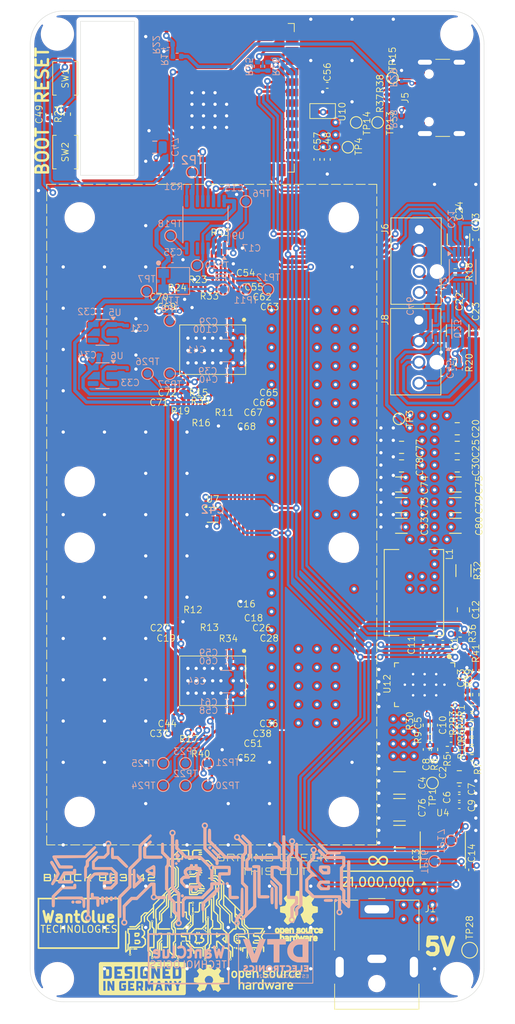
<source format=kicad_pcb>
(kicad_pcb
	(version 20240108)
	(generator "pcbnew")
	(generator_version "8.0")
	(general
		(thickness 1.6)
		(legacy_teardrops no)
	)
	(paper "A4")
	(layers
		(0 "F.Cu" signal)
		(1 "In1.Cu" power)
		(2 "In2.Cu" jumper)
		(3 "In3.Cu" jumper)
		(4 "In4.Cu" power)
		(31 "B.Cu" signal)
		(32 "B.Adhes" user "B.Adhesive")
		(33 "F.Adhes" user "F.Adhesive")
		(34 "B.Paste" user)
		(35 "F.Paste" user)
		(36 "B.SilkS" user "B.Silkscreen")
		(37 "F.SilkS" user "F.Silkscreen")
		(38 "B.Mask" user)
		(39 "F.Mask" user)
		(40 "Dwgs.User" user "User.Drawings")
		(41 "Cmts.User" user "User.Comments")
		(42 "Eco1.User" user "User.Eco1")
		(43 "Eco2.User" user "User.Eco2")
		(44 "Edge.Cuts" user)
		(45 "Margin" user)
		(46 "B.CrtYd" user "B.Courtyard")
		(47 "F.CrtYd" user "F.Courtyard")
		(48 "B.Fab" user)
		(49 "F.Fab" user)
		(50 "User.1" user)
		(51 "User.2" user)
		(52 "User.3" user)
		(53 "User.4" user)
		(54 "User.5" user)
		(55 "User.6" user)
		(56 "User.7" user)
		(57 "User.8" user)
		(58 "User.9" user)
	)
	(setup
		(stackup
			(layer "F.SilkS"
				(type "Top Silk Screen")
			)
			(layer "F.Paste"
				(type "Top Solder Paste")
			)
			(layer "F.Mask"
				(type "Top Solder Mask")
				(thickness 0.01)
			)
			(layer "F.Cu"
				(type "copper")
				(thickness 0.035)
			)
			(layer "dielectric 1"
				(type "prepreg")
				(thickness 0.1)
				(material "FR4")
				(epsilon_r 4.5)
				(loss_tangent 0.02)
			)
			(layer "In1.Cu"
				(type "copper")
				(thickness 0.035)
			)
			(layer "dielectric 2"
				(type "core")
				(thickness 0.535)
				(material "FR4")
				(epsilon_r 4.5)
				(loss_tangent 0.02)
			)
			(layer "In2.Cu"
				(type "copper")
				(thickness 0.035)
			)
			(layer "dielectric 3"
				(type "prepreg")
				(thickness 0.1)
				(material "FR4")
				(epsilon_r 4.5)
				(loss_tangent 0.02)
			)
			(layer "In3.Cu"
				(type "copper")
				(thickness 0.035)
			)
			(layer "dielectric 4"
				(type "core")
				(thickness 0.535)
				(material "FR4")
				(epsilon_r 4.5)
				(loss_tangent 0.02)
			)
			(layer "In4.Cu"
				(type "copper")
				(thickness 0.035)
			)
			(layer "dielectric 5"
				(type "prepreg")
				(thickness 0.1)
				(material "FR4")
				(epsilon_r 4.5)
				(loss_tangent 0.02)
			)
			(layer "B.Cu"
				(type "copper")
				(thickness 0.035)
			)
			(layer "B.Mask"
				(type "Bottom Solder Mask")
				(thickness 0.01)
			)
			(layer "B.Paste"
				(type "Bottom Solder Paste")
			)
			(layer "B.SilkS"
				(type "Bottom Silk Screen")
			)
			(copper_finish "ENIG")
			(dielectric_constraints no)
		)
		(pad_to_mask_clearance 0)
		(allow_soldermask_bridges_in_footprints no)
		(pcbplotparams
			(layerselection 0x00010fc_ffffffff)
			(plot_on_all_layers_selection 0x0000000_00000000)
			(disableapertmacros no)
			(usegerberextensions no)
			(usegerberattributes yes)
			(usegerberadvancedattributes yes)
			(creategerberjobfile no)
			(dashed_line_dash_ratio 12.000000)
			(dashed_line_gap_ratio 3.000000)
			(svgprecision 4)
			(plotframeref no)
			(viasonmask no)
			(mode 1)
			(useauxorigin no)
			(hpglpennumber 1)
			(hpglpenspeed 20)
			(hpglpendiameter 15.000000)
			(pdf_front_fp_property_popups yes)
			(pdf_back_fp_property_popups yes)
			(dxfpolygonmode yes)
			(dxfimperialunits yes)
			(dxfusepcbnewfont yes)
			(psnegative no)
			(psa4output no)
			(plotreference yes)
			(plotvalue no)
			(plotfptext yes)
			(plotinvisibletext no)
			(sketchpadsonfab no)
			(subtractmaskfromsilk yes)
			(outputformat 1)
			(mirror no)
			(drillshape 0)
			(scaleselection 1)
			(outputdirectory "../gerber/")
		)
	)
	(net 0 "")
	(net 1 "GND")
	(net 2 "Net-(U9-OE)")
	(net 3 "Net-(U12-DRTN)")
	(net 4 "VDD")
	(net 5 "unconnected-(U8-GPIO9{slash}TOUCH9{slash}ADC1_CH8{slash}FSPIHD{slash}SUBSPIHD-Pad17)")
	(net 6 "/Domain/0V8")
	(net 7 "/ESP32/USB_D-")
	(net 8 "/ESP32/USB_D+")
	(net 9 "unconnected-(J5-SBU2-PadB8)")
	(net 10 "Net-(J5-D+-PadA6)")
	(net 11 "Net-(J5-D--PadA7)")
	(net 12 "unconnected-(J5-SBU1-PadA8)")
	(net 13 "Net-(J5-CC1)")
	(net 14 "Net-(J5-CC2)")
	(net 15 "/ESP32/IO0")
	(net 16 "unconnected-(U3-PIN_MODE-Pad19)")
	(net 17 "/Domain/1V2")
	(net 18 "Net-(U12-BP1V5)")
	(net 19 "/Power/AGND")
	(net 20 "Net-(U12-AVIN)")
	(net 21 "Net-(U3-LITE_PAD)")
	(net 22 "Net-(U9-A1)")
	(net 23 "Net-(J5-VBUS-PadA4)")
	(net 24 "Net-(U3-CI)")
	(net 25 "Net-(U13-RI)")
	(net 26 "Net-(U13-NRSTO)")
	(net 27 "Net-(U3-RI)")
	(net 28 "Net-(U3-BI)")
	(net 29 "Net-(U3-ROSC_SEL)")
	(net 30 "Net-(U13-ROSC_SEL)")
	(net 31 "Net-(U12-EN{slash}UVLO)")
	(net 32 "Net-(U12-VDD5)")
	(net 33 "Net-(U12-BOOT)")
	(net 34 "/Power/SW")
	(net 35 "Net-(C12-Pad1)")
	(net 36 "Net-(U12-GOSNS)")
	(net 37 "/Domain/I_BI")
	(net 38 "Net-(U3-RO)")
	(net 39 "Net-(U3-CLKI)")
	(net 40 "Net-(U13-CLKO)")
	(net 41 "/Domain/NRSTO")
	(net 42 "/Domain/I_RO")
	(net 43 "unconnected-(U5-PG-Pad4)")
	(net 44 "unconnected-(U6-PG-Pad4)")
	(net 45 "Net-(U12-VOSNS)")
	(net 46 "unconnected-(U8-*GPIO46-Pad16)")
	(net 47 "unconnected-(U8-GPIO4{slash}TOUCH4{slash}ADC1_CH3-Pad4)")
	(net 48 "unconnected-(U8-GPIO5{slash}TOUCH5{slash}ADC1_CH4-Pad5)")
	(net 49 "unconnected-(U8-*GPIO45-Pad26)")
	(net 50 "/Domain/CLKI")
	(net 51 "Net-(U5-EN)")
	(net 52 "unconnected-(U8-U0RXD{slash}GPIO44{slash}CLK_OUT2-Pad36)")
	(net 53 "unconnected-(U8-GPIO21-Pad23)")
	(net 54 "unconnected-(U10-NC-Pad4)")
	(net 55 "unconnected-(U8-U0TXD{slash}GPIO43{slash}CLK_OUT1-Pad37)")
	(net 56 "/TX")
	(net 57 "/RX")
	(net 58 "/RST")
	(net 59 "Net-(U6-EN)")
	(net 60 "Net-(U13-LITE_PAD)")
	(net 61 "unconnected-(U13-PIN_MODE-Pad19)")
	(net 62 "Net-(U9-B4)")
	(net 63 "/Domain/I_CI")
	(net 64 "/Domain/I_NRSTI")
	(net 65 "Net-(U9-DIR4)")
	(net 66 "VIN")
	(net 67 "unconnected-(U4-NC-Pad13)")
	(net 68 "Net-(U12-MSEL1)")
	(net 69 "Net-(U3-VDD1_0)")
	(net 70 "Net-(U3-VDD2_0)")
	(net 71 "/ESP32/VDD_SAMPLE_0")
	(net 72 "Net-(U3-VDD3_0)")
	(net 73 "Net-(U3-VDD3_1)")
	(net 74 "Net-(U3-VDD2_1)")
	(net 75 "unconnected-(U7-ALERT-Pad3)")
	(net 76 "/Fan/FAN1_TACH")
	(net 77 "/Fan/FAN1_PWM")
	(net 78 "/Fan/FAN2_TACH")
	(net 79 "/Fan/FAN2_PWM")
	(net 80 "unconnected-(U2-*ALERT-Pad10)")
	(net 81 "unconnected-(U2-CLK-Pad9)")
	(net 82 "Net-(U3-VDD1_1)")
	(net 83 "Net-(U13-VDD1_0)")
	(net 84 "Net-(U13-VDD2_0)")
	(net 85 "unconnected-(U9-A4-Pad6)")
	(net 86 "Net-(U13-VDD3_0)")
	(net 87 "Net-(U13-VDD3_1)")
	(net 88 "Net-(U13-VDD2_1)")
	(net 89 "/SCL")
	(net 90 "/SDA")
	(net 91 "Net-(U13-VDD1_1)")
	(net 92 "unconnected-(U8-GPIO7{slash}TOUCH7{slash}ADC1_CH6-Pad7)")
	(net 93 "Net-(U12-MSEL2)")
	(net 94 "unconnected-(U8-GPIO15{slash}U0RTS{slash}ADC2_CH4{slash}XTAL_32K_P-Pad8)")
	(net 95 "unconnected-(U8-GPIO10{slash}TOUCH10{slash}ADC1_CH9{slash}FSPICS0{slash}FSPIIO4{slash}SUBSPICS0-Pad18)")
	(net 96 "unconnected-(U8-SPIIO6{slash}GPIO35{slash}FSPID{slash}SUBSPID-Pad28)")
	(net 97 "unconnected-(U8-SPIDQS{slash}GPIO37{slash}FSPIQ{slash}SUBSPIQ-Pad30)")
	(net 98 "unconnected-(U8-GPIO38{slash}FSPIWP{slash}SUBSPIWP-Pad31)")
	(net 99 "unconnected-(U8-SPIIO7{slash}GPIO36{slash}FSPICLK{slash}SUBSPICLK-Pad29)")
	(net 100 "unconnected-(U13-INV_CLKO-Pad12)")
	(net 101 "unconnected-(U3-INV_CLKO-Pad12)")
	(net 102 "Net-(U12-ADRSEL)")
	(net 103 "unconnected-(U8-GPIO11{slash}TOUCH11{slash}ADC2_CH0{slash}FSPID{slash}FSPIIO5{slash}SUBSPID-Pad19)")
	(net 104 "unconnected-(U8-GPIO12{slash}TOUCH12{slash}ADC2_CH1{slash}FSPICLK{slash}FSPIIO6{slash}SUBSPICLK-Pad20)")
	(net 105 "/ESP32/EN")
	(net 106 "unconnected-(U8-GPIO6{slash}TOUCH6{slash}ADC1_CH5-Pad6)")
	(net 107 "Net-(U3-CO)")
	(net 108 "Net-(U3-CLKO)")
	(net 109 "/Fan/PWM2")
	(net 110 "/Fan/PWM1")
	(net 111 "Net-(U3-BO)")
	(net 112 "Net-(U3-TEMP_N)")
	(net 113 "3V3")
	(net 114 "Net-(U3-TEMP_P)")
	(net 115 "Net-(U13-TEMP_N)")
	(net 116 "Net-(U13-CO)")
	(net 117 "Net-(U13-BO)")
	(net 118 "Net-(U13-TEMP_P)")
	(net 119 "+5V")
	(net 120 "Net-(U12-VSEL)")
	(net 121 "/Power/PGOOD")
	(net 122 "/ESP32/INA_ALRT")
	(net 123 "unconnected-(U8-MTDI{slash}GPIO41{slash}CLK_OUT1-Pad34)")
	(net 124 "unconnected-(U8-MTMS{slash}GPIO42-Pad35)")
	(net 125 "unconnected-(U8-MTCK{slash}GPIO39{slash}CLK_OUT3{slash}SUBSPICS1-Pad32)")
	(net 126 "unconnected-(U8-MTDO{slash}GPIO40{slash}CLK_OUT2-Pad33)")
	(net 127 "/ESP32/PWR_EN")
	(net 128 "/Power/SMB_ALRT")
	(net 129 "unconnected-(U12-SYNC-Pad38)")
	(net 130 "unconnected-(U12-NC-Pad36)")
	(net 131 "unconnected-(U12-BCX_CLK-Pad39)")
	(net 132 "unconnected-(U12-VSHARE-Pad35)")
	(net 133 "unconnected-(U12-BCX_DAT-Pad40)")
	(footprint "Capacitor_SMD:C_0402_1005Metric" (layer "F.Cu") (at 69.386483 64.247262 90))
	(footprint "BitForgeNano:R_0201_0603Metric" (layer "F.Cu") (at 86.85 86.3125))
	(footprint "bitaxe:NetTie-0.25mm" (layer "F.Cu") (at 119.596483 131.726762 90))
	(footprint "LOGO" (layer "F.Cu") (at 109.377901 156.169638))
	(footprint "BitForgeNano:SW_CS1213AGF260_CRS" (layer "F.Cu") (at 71.386483 68.817762 90))
	(footprint "BitForgeNano:BM1368" (layer "F.Cu") (at 89.25 132.85 -90))
	(footprint "BitForgeNano:" (layer "F.Cu") (at 118.836483 168.926773 90))
	(footprint "BitForgeNano:C_0201_0603Metric" (layer "F.Cu") (at 94.15 138.05 180))
	(footprint "BitForgeNano:C_0201_0603Metric" (layer "F.Cu") (at 84.73 86.3625))
	(footprint "Capacitor_SMD:C_1206_3216Metric" (layer "F.Cu") (at 112.111483 114.076762 180))
	(footprint "BitForgeNano:TestPoint_Pad_D1.0mm" (layer "F.Cu") (at 105.636483 68.226762))
	(footprint "Capacitor_SMD:C_0402_1005Metric" (layer "F.Cu") (at 114.736483 128.326762 180))
	(footprint "BitForgeNano:" (layer "F.Cu") (at 70.436483 54.526773 90))
	(footprint "BitForgeNano:C_0201_0603Metric" (layer "F.Cu") (at 85.73 127.65))
	(footprint "BitForgeNano:R_0201_0603Metric" (layer "F.Cu") (at 89.45 98.0625 180))
	(footprint "Capacitor_SMD:C_0402_1005Metric" (layer "F.Cu") (at 121.136483 90.326762 90))
	(footprint "BitForgeNano:C_0201_0603Metric" (layer "F.Cu") (at 94.15 97.9625 180))
	(footprint "Capacitor_SMD:C_0805_2012Metric" (layer "F.Cu") (at 118.886483 104.576762))
	(footprint "BitForgeNano:BM1368" (layer "F.Cu") (at 89.25 92.75 -90))
	(footprint "Capacitor_SMD:C_0402_1005Metric" (layer "F.Cu") (at 103.136483 60.726762 180))
	(footprint "BitForgeNano:470531000" (layer "F.Cu") (at 114.236483 89.186762 -90))
	(footprint "Capacitor_SMD:C_1206_3216Metric" (layer "F.Cu") (at 118.661483 109.076762))
	(footprint "BitForgeNano:C_0201_0603Metric" (layer "F.Cu") (at 92.25 85.1625))
	(footprint "Capacitor_SMD:C_0402_1005Metric" (layer "F.Cu") (at 101.886483 69.706762 -90))
	(footprint "Resistor_SMD:R_0402_1005Metric" (layer "F.Cu") (at 120.676483 138.176762 180))
	(footprint "Resistor_SMD:R_0201_0603Metric" (layer "F.Cu") (at 86.85 85.2125))
	(footprint "BitForgeNano:C_0201_0603Metric" (layer "F.Cu") (at 91.75 123.55 -90))
	(footprint "Capacitor_SMD:C_1210_3225Metric" (layer "F.Cu") (at 119.036483 79.426762 90))
	(footprint "BitForgeNano:470531000" (layer "F.Cu") (at 114.275334 78.206162 -90))
	(footprint "Capacitor_SMD:C_0805_2012Metric" (layer "F.Cu") (at 118.886483 102.326762))
	(footprint "BitForgeNano:TSSOP-16_4.4x5mm_P0.65mm"
		(layer "F.Cu")
		(uuid "285c9b77-9625-4af6-8b2f-ac2efbade771")
		(at 117.136483 153.346762 90)
		(descr "TSSOP, 16 Pin (JEDEC MO-153 Var AB https://www.jedec.org/document_search?search_api_views_fulltext=MO-153), generated with kicad-footprint-generator ipc_gullwing_generator.py")
		(tags "TSSOP SO")
		(property "Reference" "U4"
			(at 4.5 0 0)
			(unlocked yes)
			(layer "F.SilkS")
			(uuid "69544eee-848d-47b9-8b37-ce7a7e1da671")
			(effects
				(font
					(size 0.8 0.8)
					(thickness 0.1)
				)
			)
		)
		(property "Value" "INA260"
			(at 0 3.45 90)
			(layer "F.Fab")
			(uuid "2d060a39-4631-42ba-bf4b-4b9303c68686")
			(effects
				(font
					(size 1 1)
					(thickness 0.15)
				)
			)
		)
		(property "Footprint" "BitForgeNano:TSSOP-16_4.4x5mm_P0.65mm"
			(at 0 0 90)
			(unlocked yes)
			(layer "F.Fab")
			(hide yes)
			(uuid "f721b03d-50f4-420f-a740-783f735c5fd1")
			(effects
				(font
					(size 1.27 1.27)
					(thickness 0.15)
				)
			)
		)
		(property "Datasheet" "http://www.ti.com/lit/ds/symlink/ina260.pdf"
			(at 0 0 90)
			(unlocked yes)
			(layer "F.Fab")
			(hide yes)
			(uuid "9e6a802f-a943-42d3-9674-689c6d8a1038")
			(effects
				(font
					(size 1.27 1.27)
					(thickness 0.15)
				)
			)
		)
		(property "Description" ""
			(at 0 0 90)
			(unlocked yes)
			(layer "F.Fab")
			(hide yes)
			(uuid "45e59bd2-55c8-4ac9-a7aa-816c42d6dfa6")
			(effects
				(font
					(size 1.27 1.27)
					(thickness 0.15)
				)
			)
		)
		(property "PARTNO" "INA260AIPW"
			(at 0 0 90)
			(unlocked yes)
			(layer "F.Fab")
			(hide yes)
			(uuid "0dfd4b95-7ef7-4206-adf9-86306700bc35")
			(effects
				(font
					(size 1 1)
					(thickness 0.15)
				)
			)
		)
		(property "DK" "296-45218-5-ND"
			(at 0 0 90)
			(unlocked yes)
			(layer "F.Fab")
			(hide yes)
			(uuid "8e5043fe-5bc6-4cc3-95bd-4d74496a9b70")
			(effects
				(font
					(size 1 1)
					(thickness 0.15)
				)
			)
		)
		(property "Symbol" ""
			(at 0 0 90)
			(unlocked yes)
			(layer "F.Fab")
			(hide yes)
			(uuid "b6bb71c1-5120-43f6-8144-9341597d68a1")
			(effects
				(font
					(size 1 1)
					(thickness 0.15)
				)
			)
		)
		(property ki_fp_filters "TSSOP*4.4x5mm*P0.65mm*")
		(path "/36c1fe60-bc71-4a38-b1da-34ab9d3681cc/5b310129-c6e6-42e1-a33c-f590c3a6f11a")
		(sheetname "Power")
		(sheetfile "Power.kicad_sch")
		(attr smd)
		(fp_line
			(start 0 -2.735)
			(end 2.2 -2.735)
			(stroke
				(width 0.12)
				(type solid)
			)
			(layer "F.SilkS")
			(uuid "fa035546-5ce4-4da0-85a7-0f639e8f26e1")
		)
		(fp_line
			(start 0 -2.735)
			(end -2.2 -2.735)
			(stroke
				(width 0.12)
				(type solid)
			)
			(layer "F.SilkS")
			(uuid "482a20df-d24b-4944-bac3-597cf64c035f")
		)
		(fp_line
			(start 0 2.735)
			(end 2.2 2.735)
			(stroke
				(width 0.12)
				(type solid)
			)
			(layer "F.SilkS")
			(uuid "2da525a3-70c2-41b8-a778-027082e7d807")
		)
		(fp_line
			(start 0 2.735)
			(end -2.2 2.735)
			(stroke
				(width 0.12)
				(type solid)
			)
			(layer "F.SilkS")
			(uuid "688f90bf-eeeb-4216-b66a-345a1ffacf90")
		)
		(fp_poly
			(pts
				(xy -3.86 -2.275) (xy -4.19 -2.515) (xy -4.19 -2.035) (xy -3.86 -2.275)
			)
			(stroke
				(width 0.12)
				(type solid)
			)
			(fill solid)
			(layer "F.SilkS")
			(uuid "3c58161c-2571-4a1f-87b1-bc23d8ef348b")
		)
		(fp_line
			(start 3.85 -2.75)
			(end -3.85 -2.75)
			(stroke
				(width 0.05)
				(type solid)
			)
			(layer "F.CrtYd")
			(uuid "3255e2ea-2ebe-4ac4-ab12-868bd8403213")
		)
		(fp_line
			(start -3.85 -2.75)
			(end -3.85 2.75)
			(stroke
				(width 0.05)
				(type solid)
			)
			(layer "F.CrtYd")
			(uuid "9448a461-6f5f-4c64-9a7a-47379d0cbfe7")
		)
		(fp_line
			(start 3.85 2.75)
			(end 3.85 -2.75)
			(stroke
				(width 0.05)
				(type solid)
			)
			(layer "F.CrtYd")
			(uuid "07e1b1c8-f01c-4ab3-a330-6dca5caccba8")
		)
		(fp_line
			(start -3.85 2.75)
			(end 3.85 2.75)
			(stroke
				(width 0.05)
				(type solid)
			)
			(layer "F.CrtYd")
			(uuid "def5740a-1cbc-4615-976c-409097c2b092")
		)
		(fp_line
			(start 2.2 -2.5)
			(end 2.2 2.5)
			(stroke
				(width 0.1)
... [4514040 chars truncated]
</source>
